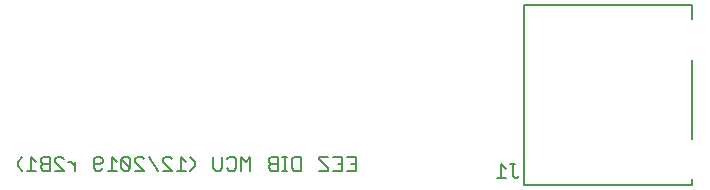
<source format=gbo>
G75*
%MOIN*%
%OFA0B0*%
%FSLAX25Y25*%
%IPPOS*%
%LPD*%
%AMOC8*
5,1,8,0,0,1.08239X$1,22.5*
%
%ADD10C,0.00500*%
D10*
X0101995Y0160711D02*
X0100494Y0162213D01*
X0100494Y0163714D01*
X0101995Y0165215D01*
X0105098Y0165215D02*
X0105098Y0160711D01*
X0106599Y0160711D02*
X0103597Y0160711D01*
X0106599Y0163714D02*
X0105098Y0165215D01*
X0108201Y0164465D02*
X0108201Y0163714D01*
X0108951Y0162963D01*
X0111203Y0162963D01*
X0112805Y0163714D02*
X0112805Y0164465D01*
X0113555Y0165215D01*
X0115056Y0165215D01*
X0115807Y0164465D01*
X0117392Y0163714D02*
X0118142Y0163714D01*
X0119644Y0162213D01*
X0119644Y0163714D02*
X0119644Y0160711D01*
X0115807Y0160711D02*
X0112805Y0163714D01*
X0111203Y0165215D02*
X0111203Y0160711D01*
X0108951Y0160711D01*
X0108201Y0161462D01*
X0108201Y0162213D01*
X0108951Y0162963D01*
X0108201Y0164465D02*
X0108951Y0165215D01*
X0111203Y0165215D01*
X0112805Y0160711D02*
X0115807Y0160711D01*
X0125849Y0161462D02*
X0125849Y0164465D01*
X0126600Y0165215D01*
X0128101Y0165215D01*
X0128852Y0164465D01*
X0128852Y0163714D01*
X0128101Y0162963D01*
X0125849Y0162963D01*
X0125849Y0161462D02*
X0126600Y0160711D01*
X0128101Y0160711D01*
X0128852Y0161462D01*
X0130453Y0160711D02*
X0133455Y0160711D01*
X0131954Y0160711D02*
X0131954Y0165215D01*
X0133455Y0163714D01*
X0135057Y0164465D02*
X0138059Y0161462D01*
X0137309Y0160711D01*
X0135807Y0160711D01*
X0135057Y0161462D01*
X0135057Y0164465D01*
X0135807Y0165215D01*
X0137309Y0165215D01*
X0138059Y0164465D01*
X0138059Y0161462D01*
X0139661Y0160711D02*
X0142663Y0160711D01*
X0139661Y0163714D01*
X0139661Y0164465D01*
X0140411Y0165215D01*
X0141913Y0165215D01*
X0142663Y0164465D01*
X0144265Y0165215D02*
X0147267Y0160711D01*
X0148869Y0160711D02*
X0151871Y0160711D01*
X0148869Y0163714D01*
X0148869Y0164465D01*
X0149619Y0165215D01*
X0151121Y0165215D01*
X0151871Y0164465D01*
X0154974Y0165215D02*
X0154974Y0160711D01*
X0156475Y0160711D02*
X0153473Y0160711D01*
X0156475Y0163714D02*
X0154974Y0165215D01*
X0158043Y0165215D02*
X0159544Y0163714D01*
X0159544Y0162213D01*
X0158043Y0160711D01*
X0165750Y0161462D02*
X0165750Y0165215D01*
X0168752Y0165215D02*
X0168752Y0161462D01*
X0168002Y0160711D01*
X0166500Y0160711D01*
X0165750Y0161462D01*
X0170354Y0161462D02*
X0171104Y0160711D01*
X0172605Y0160711D01*
X0173356Y0161462D01*
X0173356Y0164465D01*
X0172605Y0165215D01*
X0171104Y0165215D01*
X0170354Y0164465D01*
X0174958Y0165215D02*
X0174958Y0160711D01*
X0177960Y0160711D02*
X0177960Y0165215D01*
X0176459Y0163714D01*
X0174958Y0165215D01*
X0184165Y0164465D02*
X0184165Y0163714D01*
X0184916Y0162963D01*
X0187168Y0162963D01*
X0187168Y0160711D02*
X0184916Y0160711D01*
X0184165Y0161462D01*
X0184165Y0162213D01*
X0184916Y0162963D01*
X0184165Y0164465D02*
X0184916Y0165215D01*
X0187168Y0165215D01*
X0187168Y0160711D01*
X0188736Y0160711D02*
X0190237Y0160711D01*
X0189487Y0160711D02*
X0189487Y0165215D01*
X0190237Y0165215D02*
X0188736Y0165215D01*
X0191839Y0164465D02*
X0191839Y0161462D01*
X0192589Y0160711D01*
X0194841Y0160711D01*
X0194841Y0165215D01*
X0192589Y0165215D01*
X0191839Y0164465D01*
X0201046Y0164465D02*
X0204049Y0161462D01*
X0204049Y0160711D01*
X0201046Y0160711D01*
X0201046Y0164465D02*
X0201046Y0165215D01*
X0204049Y0165215D01*
X0205650Y0165215D02*
X0208653Y0165215D01*
X0208653Y0160711D01*
X0205650Y0160711D01*
X0207152Y0162963D02*
X0208653Y0162963D01*
X0210254Y0160711D02*
X0213257Y0160711D01*
X0213257Y0165215D01*
X0210254Y0165215D01*
X0211756Y0162963D02*
X0213257Y0162963D01*
X0260146Y0158339D02*
X0263148Y0158339D01*
X0261647Y0158339D02*
X0261647Y0162843D01*
X0263148Y0161342D01*
X0264750Y0162843D02*
X0266251Y0162843D01*
X0265500Y0162843D02*
X0265500Y0159090D01*
X0266251Y0158339D01*
X0267001Y0158339D01*
X0267752Y0159090D01*
X0269219Y0156020D02*
X0325321Y0156020D01*
X0325321Y0157791D01*
X0325321Y0171374D02*
X0325321Y0197555D01*
X0325321Y0211138D02*
X0325321Y0215862D01*
X0269219Y0215862D01*
X0269219Y0156020D01*
M02*

</source>
